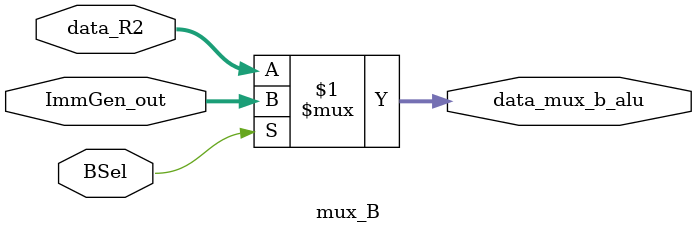
<source format=sv>
`timescale 1ns / 1ps
module mux_B(
    input logic BSel,
    input logic [31:0] ImmGen_out,
    input logic [31:0] data_R2,
    output logic [31:0] data_mux_b_alu
);
    assign data_mux_b_alu = (BSel) ? (ImmGen_out) : (data_R2);
endmodule

</source>
